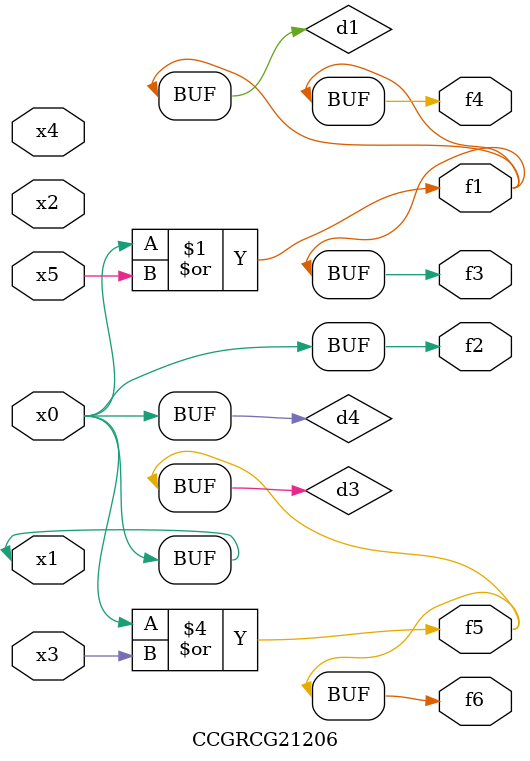
<source format=v>
module CCGRCG21206(
	input x0, x1, x2, x3, x4, x5,
	output f1, f2, f3, f4, f5, f6
);

	wire d1, d2, d3, d4;

	or (d1, x0, x5);
	xnor (d2, x1, x4);
	or (d3, x0, x3);
	buf (d4, x0, x1);
	assign f1 = d1;
	assign f2 = d4;
	assign f3 = d1;
	assign f4 = d1;
	assign f5 = d3;
	assign f6 = d3;
endmodule

</source>
